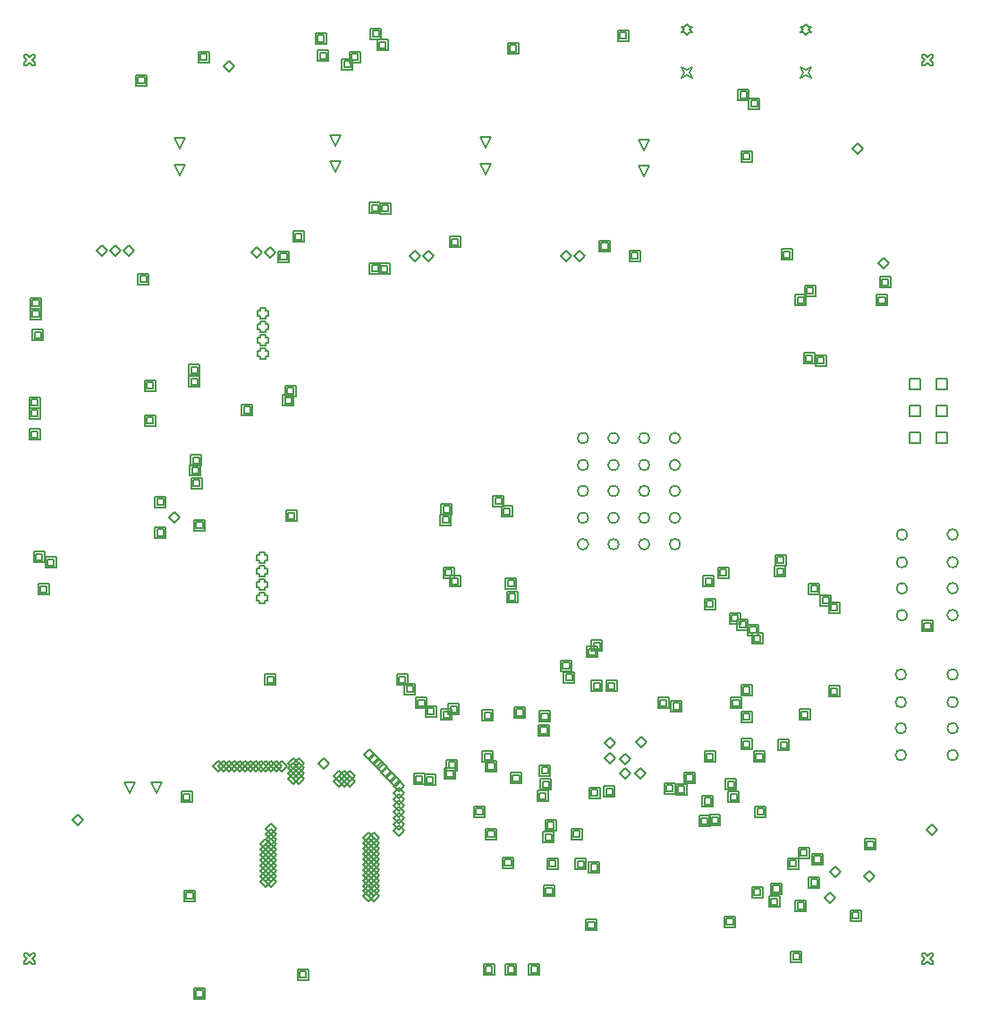
<source format=gbr>
%TF.GenerationSoftware,Altium Limited,Altium Designer,21.7.2 (23)*%
G04 Layer_Color=2752767*
%FSLAX24Y24*%
%MOIN*%
%TF.SameCoordinates,DA776ED6-ADCF-4D54-B547-66972558000F*%
%TF.FilePolarity,Positive*%
%TF.FileFunction,Drawing*%
%TF.Part,Single*%
G01*
G75*
%TA.AperFunction,NonConductor*%
%ADD76C,0.0050*%
%ADD156C,0.0067*%
D76*
X34784Y23162D02*
Y23562D01*
X35184D01*
Y23162D01*
X34784D01*
X35784D02*
Y23562D01*
X36184D01*
Y23162D01*
X35784D01*
X34784Y22162D02*
Y22562D01*
X35184D01*
Y22162D01*
X34784D01*
X35784D02*
Y22562D01*
X36184D01*
Y22162D01*
X35784D01*
X34784Y21162D02*
Y21562D01*
X35184D01*
Y21162D01*
X34784D01*
X35784D02*
Y21562D01*
X36184D01*
Y21162D01*
X35784D01*
X13366Y32241D02*
X13166Y32641D01*
X13566D01*
X13366Y32241D01*
Y31257D02*
X13166Y31657D01*
X13566D01*
X13366Y31257D01*
X18957Y32162D02*
X18757Y32562D01*
X19157D01*
X18957Y32162D01*
Y31178D02*
X18757Y31578D01*
X19157D01*
X18957Y31178D01*
X7559Y32123D02*
X7359Y32523D01*
X7759D01*
X7559Y32123D01*
Y31139D02*
X7359Y31539D01*
X7759D01*
X7559Y31139D01*
X26488Y36355D02*
X26588Y36455D01*
X26688D01*
X26588Y36555D01*
X26688Y36655D01*
X26588D01*
X26488Y36755D01*
X26388Y36655D01*
X26288D01*
X26388Y36555D01*
X26288Y36455D01*
X26388D01*
X26488Y36355D01*
X30913D02*
X31013Y36455D01*
X31113D01*
X31013Y36555D01*
X31113Y36655D01*
X31013D01*
X30913Y36755D01*
X30813Y36655D01*
X30713D01*
X30813Y36555D01*
X30713Y36455D01*
X30813D01*
X30913Y36355D01*
X26288Y34780D02*
X26388Y34980D01*
X26288Y35180D01*
X26488Y35080D01*
X26688Y35180D01*
X26588Y34980D01*
X26688Y34780D01*
X26488Y34880D01*
X26288Y34780D01*
X30713D02*
X30813Y34980D01*
X30713Y35180D01*
X30913Y35080D01*
X31113Y35180D01*
X31013Y34980D01*
X31113Y34780D01*
X30913Y34880D01*
X30713Y34780D01*
X24862Y32083D02*
X24662Y32483D01*
X25062D01*
X24862Y32083D01*
Y31099D02*
X24662Y31499D01*
X25062D01*
X24862Y31099D01*
X10569Y25888D02*
Y25788D01*
X10769D01*
Y25888D01*
X10869D01*
Y26088D01*
X10769D01*
Y26188D01*
X10569D01*
Y26088D01*
X10469D01*
Y25888D01*
X10569D01*
Y25388D02*
Y25288D01*
X10769D01*
Y25388D01*
X10869D01*
Y25588D01*
X10769D01*
Y25688D01*
X10569D01*
Y25588D01*
X10469D01*
Y25388D01*
X10569D01*
Y24888D02*
Y24788D01*
X10769D01*
Y24888D01*
X10869D01*
Y25088D01*
X10769D01*
Y25188D01*
X10569D01*
Y25088D01*
X10469D01*
Y24888D01*
X10569D01*
Y24388D02*
Y24288D01*
X10769D01*
Y24388D01*
X10869D01*
Y24588D01*
X10769D01*
Y24688D01*
X10569D01*
Y24588D01*
X10469D01*
Y24388D01*
X10569D01*
X10530Y16792D02*
Y16692D01*
X10730D01*
Y16792D01*
X10830D01*
Y16992D01*
X10730D01*
Y17092D01*
X10530D01*
Y16992D01*
X10430D01*
Y16792D01*
X10530D01*
Y16292D02*
Y16192D01*
X10730D01*
Y16292D01*
X10830D01*
Y16492D01*
X10730D01*
Y16592D01*
X10530D01*
Y16492D01*
X10430D01*
Y16292D01*
X10530D01*
Y15792D02*
Y15692D01*
X10730D01*
Y15792D01*
X10830D01*
Y15992D01*
X10730D01*
Y16092D01*
X10530D01*
Y15992D01*
X10430D01*
Y15792D01*
X10530D01*
Y15292D02*
Y15192D01*
X10730D01*
Y15292D01*
X10830D01*
Y15492D01*
X10730D01*
Y15592D01*
X10530D01*
Y15492D01*
X10430D01*
Y15292D01*
X10530D01*
X35233Y1769D02*
X35333D01*
X35433Y1868D01*
X35533Y1769D01*
X35633D01*
Y1868D01*
X35533Y1969D01*
X35633Y2069D01*
Y2168D01*
X35533D01*
X35433Y2069D01*
X35333Y2168D01*
X35233D01*
Y2069D01*
X35333Y1969D01*
X35233Y1868D01*
Y1769D01*
X1769D02*
X1868D01*
X1969Y1868D01*
X2069Y1769D01*
X2168D01*
Y1868D01*
X2069Y1969D01*
X2168Y2069D01*
Y2168D01*
X2069D01*
X1969Y2069D01*
X1868Y2168D01*
X1769D01*
Y2069D01*
X1868Y1969D01*
X1769Y1868D01*
Y1769D01*
Y35233D02*
X1868D01*
X1969Y35333D01*
X2069Y35233D01*
X2168D01*
Y35333D01*
X2069Y35433D01*
X2168Y35533D01*
Y35633D01*
X2069D01*
X1969Y35533D01*
X1868Y35633D01*
X1769D01*
Y35533D01*
X1868Y35433D01*
X1769Y35333D01*
Y35233D01*
X35233D02*
X35333D01*
X35433Y35333D01*
X35533Y35233D01*
X35633D01*
Y35333D01*
X35533Y35433D01*
X35633Y35533D01*
Y35633D01*
X35533D01*
X35433Y35533D01*
X35333Y35633D01*
X35233D01*
Y35533D01*
X35333Y35433D01*
X35233Y35333D01*
Y35233D01*
X6693Y8146D02*
X6493Y8546D01*
X6893D01*
X6693Y8146D01*
X5709D02*
X5509Y8546D01*
X5909D01*
X5709Y8146D01*
X31808Y5197D02*
X32008Y5397D01*
X32208Y5197D01*
X32008Y4997D01*
X31808Y5197D01*
X31611Y4252D02*
X31811Y4452D01*
X32011Y4252D01*
X31811Y4052D01*
X31611Y4252D01*
X33068Y5039D02*
X33268Y5239D01*
X33468Y5039D01*
X33268Y4839D01*
X33068Y5039D01*
X28383Y33934D02*
Y34334D01*
X28783D01*
Y33934D01*
X28383D01*
X28463Y34014D02*
Y34254D01*
X28703D01*
Y34014D01*
X28463D01*
X31020Y4603D02*
Y5003D01*
X31420D01*
Y4603D01*
X31020D01*
X31100Y4683D02*
Y4923D01*
X31340D01*
Y4683D01*
X31100D01*
X30509Y3737D02*
Y4137D01*
X30909D01*
Y3737D01*
X30509D01*
X30589Y3817D02*
Y4057D01*
X30829D01*
Y3817D01*
X30589D01*
X32556Y3383D02*
Y3783D01*
X32956D01*
Y3383D01*
X32556D01*
X32636Y3463D02*
Y3703D01*
X32876D01*
Y3463D01*
X32636D01*
X30233Y5312D02*
Y5712D01*
X30633D01*
Y5312D01*
X30233D01*
X30313Y5392D02*
Y5632D01*
X30553D01*
Y5392D01*
X30313D01*
X33107Y6020D02*
Y6420D01*
X33507D01*
Y6020D01*
X33107D01*
X33187Y6100D02*
Y6340D01*
X33427D01*
Y6100D01*
X33187D01*
X31139Y5469D02*
Y5869D01*
X31539D01*
Y5469D01*
X31139D01*
X31219Y5549D02*
Y5789D01*
X31459D01*
Y5549D01*
X31219D01*
X30627Y5706D02*
Y6106D01*
X31027D01*
Y5706D01*
X30627D01*
X30707Y5786D02*
Y6026D01*
X30947D01*
Y5786D01*
X30707D01*
X29524Y3894D02*
Y4294D01*
X29924D01*
Y3894D01*
X29524D01*
X29604Y3974D02*
Y4214D01*
X29844D01*
Y3974D01*
X29604D01*
X30351Y1847D02*
Y2247D01*
X30751D01*
Y1847D01*
X30351D01*
X30431Y1927D02*
Y2167D01*
X30671D01*
Y1927D01*
X30431D01*
X27044Y7635D02*
Y8035D01*
X27444D01*
Y7635D01*
X27044D01*
X27124Y7715D02*
Y7955D01*
X27364D01*
Y7715D01*
X27124D01*
X26926Y6887D02*
Y7287D01*
X27326D01*
Y6887D01*
X26926D01*
X27006Y6967D02*
Y7207D01*
X27246D01*
Y6967D01*
X27006D01*
X27320Y6926D02*
Y7326D01*
X27720D01*
Y6926D01*
X27320D01*
X27400Y7006D02*
Y7246D01*
X27640D01*
Y7006D01*
X27400D01*
X29603Y4367D02*
Y4767D01*
X30003D01*
Y4367D01*
X29603D01*
X29683Y4447D02*
Y4687D01*
X29923D01*
Y4447D01*
X29683D01*
X21192Y6733D02*
Y7133D01*
X21592D01*
Y6733D01*
X21192D01*
X21272Y6813D02*
Y7053D01*
X21512D01*
Y6813D01*
X21272D01*
X28501Y11768D02*
Y12169D01*
X28901D01*
Y11768D01*
X28501D01*
X28581Y11848D02*
Y12089D01*
X28821D01*
Y11848D01*
X28581D01*
X31769Y11729D02*
Y12129D01*
X32169D01*
Y11729D01*
X31769D01*
X31848Y11809D02*
Y12049D01*
X32088D01*
Y11809D01*
X31848D01*
X31769Y14839D02*
Y15239D01*
X32169D01*
Y14839D01*
X31769D01*
X31848Y14919D02*
Y15159D01*
X32088D01*
Y14919D01*
X31848D01*
X28107Y11296D02*
Y11696D01*
X28507D01*
Y11296D01*
X28107D01*
X28187Y11376D02*
Y11616D01*
X28427D01*
Y11376D01*
X28187D01*
X28501Y9761D02*
Y10161D01*
X28901D01*
Y9761D01*
X28501D01*
X28581Y9841D02*
Y10081D01*
X28821D01*
Y9841D01*
X28581D01*
X35238Y14165D02*
Y14565D01*
X35638D01*
Y14165D01*
X35238D01*
X35318Y14245D02*
Y14485D01*
X35558D01*
Y14245D01*
X35318D01*
X8107Y469D02*
Y869D01*
X8507D01*
Y469D01*
X8107D01*
X8187Y549D02*
Y789D01*
X8427D01*
Y549D01*
X8187D01*
X7742Y4116D02*
Y4516D01*
X8142D01*
Y4116D01*
X7742D01*
X7822Y4196D02*
Y4436D01*
X8062D01*
Y4196D01*
X7822D01*
X7635Y7792D02*
Y8192D01*
X8035D01*
Y7792D01*
X7635D01*
X7715Y7872D02*
Y8112D01*
X7955D01*
Y7872D01*
X7715D01*
X22817Y5172D02*
Y5572D01*
X23217D01*
Y5172D01*
X22817D01*
X22897Y5252D02*
Y5492D01*
X23137D01*
Y5252D01*
X22897D01*
X28894Y4249D02*
Y4649D01*
X29294D01*
Y4249D01*
X28894D01*
X28974Y4329D02*
Y4569D01*
X29214D01*
Y4329D01*
X28974D01*
X31454Y15115D02*
Y15515D01*
X31854D01*
Y15115D01*
X31454D01*
X31534Y15195D02*
Y15435D01*
X31774D01*
Y15195D01*
X31534D01*
X31020Y15548D02*
Y15948D01*
X31420D01*
Y15548D01*
X31020D01*
X31100Y15628D02*
Y15868D01*
X31340D01*
Y15628D01*
X31100D01*
X28501Y10784D02*
Y11184D01*
X28901D01*
Y10784D01*
X28501D01*
X28581Y10864D02*
Y11104D01*
X28821D01*
Y10864D01*
X28581D01*
X30666Y10863D02*
Y11263D01*
X31066D01*
Y10863D01*
X30666D01*
X30746Y10943D02*
Y11183D01*
X30986D01*
Y10943D01*
X30746D01*
X29013Y7241D02*
Y7641D01*
X29413D01*
Y7241D01*
X29013D01*
X29093Y7321D02*
Y7561D01*
X29333D01*
Y7321D01*
X29093D01*
X29879Y9721D02*
Y10121D01*
X30279D01*
Y9721D01*
X29879D01*
X29959Y9801D02*
Y10041D01*
X30199D01*
Y9801D01*
X29959D01*
X28009Y7788D02*
Y8188D01*
X28409D01*
Y7788D01*
X28009D01*
X28089Y7868D02*
Y8108D01*
X28329D01*
Y7868D01*
X28089D01*
X27083Y15824D02*
Y16224D01*
X27483D01*
Y15824D01*
X27083D01*
X27163Y15904D02*
Y16144D01*
X27403D01*
Y15904D01*
X27163D01*
X27635Y16139D02*
Y16539D01*
X28035D01*
Y16139D01*
X27635D01*
X27715Y16219D02*
Y16459D01*
X27955D01*
Y16219D01*
X27715D01*
X28973Y9288D02*
Y9688D01*
X29373D01*
Y9288D01*
X28973D01*
X29053Y9368D02*
Y9608D01*
X29293D01*
Y9368D01*
X29053D01*
X27910Y8265D02*
Y8665D01*
X28310D01*
Y8265D01*
X27910D01*
X27990Y8345D02*
Y8585D01*
X28230D01*
Y8345D01*
X27990D01*
X27133Y14977D02*
Y15377D01*
X27533D01*
Y14977D01*
X27133D01*
X27213Y15057D02*
Y15297D01*
X27453D01*
Y15057D01*
X27213D01*
X27123Y9288D02*
Y9688D01*
X27523D01*
Y9288D01*
X27123D01*
X27203Y9368D02*
Y9608D01*
X27443D01*
Y9368D01*
X27203D01*
X25882Y11169D02*
Y11569D01*
X26282D01*
Y11169D01*
X25882D01*
X25962Y11249D02*
Y11489D01*
X26202D01*
Y11249D01*
X25962D01*
X26375Y8501D02*
Y8901D01*
X26775D01*
Y8501D01*
X26375D01*
X26455Y8581D02*
Y8821D01*
X26695D01*
Y8581D01*
X26455D01*
X18973Y8934D02*
Y9334D01*
X19373D01*
Y8934D01*
X18973D01*
X19053Y9014D02*
Y9254D01*
X19293D01*
Y9014D01*
X19053D01*
X21257Y5312D02*
Y5712D01*
X21657D01*
Y5312D01*
X21257D01*
X21337Y5392D02*
Y5632D01*
X21577D01*
Y5392D01*
X21337D01*
X19603Y5351D02*
Y5751D01*
X20003D01*
Y5351D01*
X19603D01*
X19683Y5431D02*
Y5671D01*
X19923D01*
Y5431D01*
X19683D01*
X18855Y9288D02*
Y9688D01*
X19255D01*
Y9288D01*
X18855D01*
X18935Y9368D02*
Y9608D01*
X19175D01*
Y9368D01*
X18935D01*
X18855Y10824D02*
Y11224D01*
X19255D01*
Y10824D01*
X18855D01*
X18935Y10904D02*
Y11144D01*
X19175D01*
Y10904D01*
X18935D01*
X18973Y6414D02*
Y6814D01*
X19373D01*
Y6414D01*
X18973D01*
X19053Y6494D02*
Y6734D01*
X19293D01*
Y6494D01*
X19053D01*
X17583Y11060D02*
Y11460D01*
X17983D01*
Y11060D01*
X17583D01*
X17663Y11140D02*
Y11380D01*
X17903D01*
Y11140D01*
X17663D01*
X18540Y7241D02*
Y7641D01*
X18940D01*
Y7241D01*
X18540D01*
X18620Y7321D02*
Y7561D01*
X18860D01*
Y7321D01*
X18620D01*
X22314Y5296D02*
Y5696D01*
X22714D01*
Y5296D01*
X22314D01*
X22394Y5376D02*
Y5616D01*
X22634D01*
Y5376D01*
X22394D01*
X17517Y8973D02*
Y9373D01*
X17917D01*
Y8973D01*
X17517D01*
X17597Y9053D02*
Y9293D01*
X17837D01*
Y9053D01*
X17597D01*
X16729Y10981D02*
Y11381D01*
X17129D01*
Y10981D01*
X16729D01*
X16809Y11061D02*
Y11301D01*
X17049D01*
Y11061D01*
X16809D01*
X17635Y15824D02*
Y16224D01*
X18035D01*
Y15824D01*
X17635D01*
X17715Y15904D02*
Y16144D01*
X17955D01*
Y15904D01*
X17715D01*
X19761Y15233D02*
Y15633D01*
X20161D01*
Y15233D01*
X19761D01*
X19841Y15313D02*
Y15553D01*
X20081D01*
Y15313D01*
X19841D01*
X23461Y11926D02*
Y12326D01*
X23861D01*
Y11926D01*
X23461D01*
X23541Y12006D02*
Y12246D01*
X23781D01*
Y12006D01*
X23541D01*
X19903Y8489D02*
Y8889D01*
X20303D01*
Y8489D01*
X19903D01*
X19983Y8569D02*
Y8809D01*
X20223D01*
Y8569D01*
X19983D01*
X17438Y8658D02*
Y9058D01*
X17838D01*
Y8658D01*
X17438D01*
X17518Y8738D02*
Y8978D01*
X17758D01*
Y8738D01*
X17518D01*
X16375Y11296D02*
Y11696D01*
X16775D01*
Y11296D01*
X16375D01*
X16455Y11376D02*
Y11616D01*
X16695D01*
Y11376D01*
X16455D01*
X17398Y16139D02*
Y16539D01*
X17798D01*
Y16139D01*
X17398D01*
X17478Y16219D02*
Y16459D01*
X17718D01*
Y16219D01*
X17478D01*
X25391Y11296D02*
Y11696D01*
X25791D01*
Y11296D01*
X25391D01*
X25471Y11376D02*
Y11616D01*
X25711D01*
Y11376D01*
X25471D01*
X22912Y13425D02*
Y13825D01*
X23312D01*
Y13425D01*
X22912D01*
X22992Y13505D02*
Y13745D01*
X23232D01*
Y13505D01*
X22992D01*
X22736Y13194D02*
Y13594D01*
X23136D01*
Y13194D01*
X22736D01*
X22816Y13274D02*
Y13514D01*
X23056D01*
Y13274D01*
X22816D01*
X19721Y15745D02*
Y16145D01*
X20121D01*
Y15745D01*
X19721D01*
X19801Y15825D02*
Y16065D01*
X20041D01*
Y15825D01*
X19801D01*
X21011Y8256D02*
Y8656D01*
X21411D01*
Y8256D01*
X21011D01*
X21091Y8336D02*
Y8576D01*
X21331D01*
Y8336D01*
X21091D01*
X16690Y8422D02*
Y8822D01*
X17090D01*
Y8422D01*
X16690D01*
X16770Y8502D02*
Y8742D01*
X17010D01*
Y8502D01*
X16770D01*
X16296Y8461D02*
Y8861D01*
X16696D01*
Y8461D01*
X16296D01*
X16376Y8541D02*
Y8781D01*
X16616D01*
Y8541D01*
X16376D01*
X15946Y11812D02*
Y12212D01*
X16346D01*
Y11812D01*
X15946D01*
X16026Y11892D02*
Y12132D01*
X16266D01*
Y11892D01*
X16026D01*
X17280Y18107D02*
Y18507D01*
X17680D01*
Y18107D01*
X17280D01*
X17360Y18187D02*
Y18427D01*
X17600D01*
Y18187D01*
X17360D01*
X20981Y8776D02*
Y9176D01*
X21381D01*
Y8776D01*
X20981D01*
X21061Y8856D02*
Y9096D01*
X21301D01*
Y8856D01*
X21061D01*
X10745Y12162D02*
Y12562D01*
X11145D01*
Y12162D01*
X10745D01*
X10825Y12242D02*
Y12482D01*
X11065D01*
Y12242D01*
X10825D01*
X13304Y8780D02*
X13504Y8980D01*
X13704Y8780D01*
X13504Y8580D01*
X13304Y8780D01*
X13501Y8583D02*
X13701Y8783D01*
X13901Y8583D01*
X13701Y8383D01*
X13501Y8583D01*
Y8780D02*
X13701Y8980D01*
X13901Y8780D01*
X13701Y8580D01*
X13501Y8780D01*
X13304Y8583D02*
X13504Y8783D01*
X13704Y8583D01*
X13504Y8383D01*
X13304Y8583D01*
X15548Y8150D02*
X15748Y8350D01*
X15948Y8150D01*
X15748Y7950D01*
X15548Y8150D01*
Y7913D02*
X15748Y8113D01*
X15948Y7913D01*
X15748Y7713D01*
X15548Y7913D01*
Y8386D02*
X15748Y8586D01*
X15948Y8386D01*
X15748Y8186D01*
X15548Y8386D01*
X29751Y16193D02*
Y16593D01*
X30151D01*
Y16193D01*
X29751D01*
X29831Y16273D02*
Y16513D01*
X30071D01*
Y16273D01*
X29831D01*
X28894Y13698D02*
Y14098D01*
X29294D01*
Y13698D01*
X28894D01*
X28974Y13778D02*
Y14018D01*
X29214D01*
Y13778D01*
X28974D01*
X29761Y16611D02*
Y17011D01*
X30161D01*
Y16611D01*
X29761D01*
X29841Y16691D02*
Y16931D01*
X30081D01*
Y16691D01*
X29841D01*
X20902Y7832D02*
Y8231D01*
X21302D01*
Y7832D01*
X20902D01*
X20982Y7911D02*
Y8152D01*
X21222D01*
Y7911D01*
X20982D01*
X15666Y12162D02*
Y12562D01*
X16066D01*
Y12162D01*
X15666D01*
X15746Y12242D02*
Y12482D01*
X15986D01*
Y12242D01*
X15746D01*
X17320Y18501D02*
Y18901D01*
X17720D01*
Y18501D01*
X17320D01*
X17400Y18581D02*
Y18821D01*
X17640D01*
Y18581D01*
X17400D01*
X21772Y12678D02*
Y13078D01*
X22172D01*
Y12678D01*
X21772D01*
X21852Y12758D02*
Y12998D01*
X22092D01*
Y12758D01*
X21852D01*
X22910Y11926D02*
Y12326D01*
X23310D01*
Y11926D01*
X22910D01*
X22990Y12006D02*
Y12246D01*
X23230D01*
Y12006D01*
X22990D01*
X21887Y12241D02*
Y12641D01*
X22287D01*
Y12241D01*
X21887D01*
X21967Y12321D02*
Y12561D01*
X22207D01*
Y12321D01*
X21967D01*
X19249Y18816D02*
Y19216D01*
X19649D01*
Y18816D01*
X19249D01*
X19329Y18896D02*
Y19136D01*
X19569D01*
Y18896D01*
X19329D01*
X19564Y18422D02*
Y18822D01*
X19964D01*
Y18422D01*
X19564D01*
X19644Y18502D02*
Y18742D01*
X19884D01*
Y18502D01*
X19644D01*
X20587Y1370D02*
Y1770D01*
X20987D01*
Y1370D01*
X20587D01*
X20667Y1450D02*
Y1690D01*
X20907D01*
Y1450D01*
X20667D01*
X20974Y10788D02*
Y11188D01*
X21374D01*
Y10788D01*
X20974D01*
X21054Y10868D02*
Y11108D01*
X21294D01*
Y10868D01*
X21054D01*
X17320Y10863D02*
Y11263D01*
X17720D01*
Y10863D01*
X17320D01*
X17400Y10943D02*
Y11183D01*
X17640D01*
Y10943D01*
X17400D01*
X20942Y10272D02*
Y10672D01*
X21342D01*
Y10272D01*
X20942D01*
X21022Y10352D02*
Y10592D01*
X21262D01*
Y10352D01*
X21022D01*
X15000Y27457D02*
Y27857D01*
X15400D01*
Y27457D01*
X15000D01*
X15079Y27537D02*
Y27777D01*
X15319D01*
Y27537D01*
X15079D01*
X15029Y29710D02*
Y30110D01*
X15429D01*
Y29710D01*
X15029D01*
X15109Y29790D02*
Y30030D01*
X15349D01*
Y29790D01*
X15109D01*
X13894Y35351D02*
Y35751D01*
X14294D01*
Y35351D01*
X13894D01*
X13974Y35431D02*
Y35671D01*
X14214D01*
Y35431D01*
X13974D01*
X14643Y27477D02*
Y27877D01*
X15043D01*
Y27477D01*
X14643D01*
X14723Y27557D02*
Y27797D01*
X14963D01*
Y27557D01*
X14723D01*
X14643Y29721D02*
Y30121D01*
X15043D01*
Y29721D01*
X14643D01*
X14723Y29801D02*
Y30041D01*
X14963D01*
Y29801D01*
X14723D01*
X13619Y35076D02*
Y35476D01*
X14019D01*
Y35076D01*
X13619D01*
X13699Y35156D02*
Y35396D01*
X13939D01*
Y35156D01*
X13699D01*
X11493Y22910D02*
Y23310D01*
X11893D01*
Y22910D01*
X11493D01*
X11573Y22990D02*
Y23230D01*
X11813D01*
Y22990D01*
X11573D01*
X7910Y23698D02*
Y24098D01*
X8310D01*
Y23698D01*
X7910D01*
X7990Y23778D02*
Y24018D01*
X8230D01*
Y23778D01*
X7990D01*
X6257Y23107D02*
Y23507D01*
X6657D01*
Y23107D01*
X6257D01*
X6337Y23187D02*
Y23427D01*
X6577D01*
Y23187D01*
X6337D01*
X7910Y23265D02*
Y23665D01*
X8310D01*
Y23265D01*
X7910D01*
X7990Y23345D02*
Y23585D01*
X8230D01*
Y23345D01*
X7990D01*
X11414Y22556D02*
Y22956D01*
X11814D01*
Y22556D01*
X11414D01*
X11494Y22636D02*
Y22876D01*
X11734D01*
Y22636D01*
X11494D01*
X9879Y22202D02*
Y22602D01*
X10279D01*
Y22202D01*
X9879D01*
X9959Y22282D02*
Y22522D01*
X10199D01*
Y22282D01*
X9959D01*
X11532Y18265D02*
Y18665D01*
X11932D01*
Y18265D01*
X11532D01*
X11612Y18345D02*
Y18585D01*
X11852D01*
Y18345D01*
X11612D01*
X8107Y17910D02*
Y18310D01*
X8507D01*
Y17910D01*
X8107D01*
X8187Y17990D02*
Y18230D01*
X8427D01*
Y17990D01*
X8187D01*
X7162Y18386D02*
X7362Y18586D01*
X7562Y18386D01*
X7362Y18186D01*
X7162Y18386D01*
X6650Y17635D02*
Y18035D01*
X7050D01*
Y17635D01*
X6650D01*
X6730Y17715D02*
Y17955D01*
X6970D01*
Y17715D01*
X6730D01*
X7978Y20323D02*
Y20723D01*
X8378D01*
Y20323D01*
X7978D01*
X8058Y20403D02*
Y20643D01*
X8298D01*
Y20403D01*
X8058D01*
X29997Y27989D02*
Y28389D01*
X30397D01*
Y27989D01*
X29997D01*
X30077Y28069D02*
Y28309D01*
X30317D01*
Y28069D01*
X30077D01*
X24328Y27950D02*
Y28350D01*
X24728D01*
Y27950D01*
X24328D01*
X24408Y28030D02*
Y28270D01*
X24648D01*
Y28030D01*
X24408D01*
X7989Y19485D02*
Y19885D01*
X8389D01*
Y19485D01*
X7989D01*
X8069Y19565D02*
Y19805D01*
X8309D01*
Y19565D01*
X8069D01*
X7950Y19957D02*
Y20357D01*
X8350D01*
Y19957D01*
X7950D01*
X8030Y20037D02*
Y20277D01*
X8270D01*
Y20037D01*
X8030D01*
X6650Y18776D02*
Y19176D01*
X7050D01*
Y18776D01*
X6650D01*
X6730Y18856D02*
Y19096D01*
X6970D01*
Y18856D01*
X6730D01*
X2300Y15530D02*
Y15930D01*
X2700D01*
Y15530D01*
X2300D01*
X2380Y15610D02*
Y15850D01*
X2620D01*
Y15610D01*
X2380D01*
X2556Y16532D02*
Y16932D01*
X2956D01*
Y16532D01*
X2556D01*
X2636Y16612D02*
Y16852D01*
X2876D01*
Y16612D01*
X2636D01*
X2123Y16729D02*
Y17129D01*
X2523D01*
Y16729D01*
X2123D01*
X2203Y16809D02*
Y17049D01*
X2443D01*
Y16809D01*
X2203D01*
X25627Y8107D02*
Y8507D01*
X26027D01*
Y8107D01*
X25627D01*
X25707Y8187D02*
Y8427D01*
X25947D01*
Y8187D01*
X25707D01*
X26060Y8068D02*
Y8468D01*
X26460D01*
Y8068D01*
X26060D01*
X26140Y8148D02*
Y8388D01*
X26380D01*
Y8148D01*
X26140D01*
X6257Y21808D02*
Y22208D01*
X6657D01*
Y21808D01*
X6257D01*
X6337Y21888D02*
Y22128D01*
X6577D01*
Y21888D01*
X6337D01*
X1965Y22083D02*
Y22483D01*
X2365D01*
Y22083D01*
X1965D01*
X2045Y22163D02*
Y22403D01*
X2285D01*
Y22163D01*
X2045D01*
X1965Y21296D02*
Y21696D01*
X2365D01*
Y21296D01*
X1965D01*
X2045Y21376D02*
Y21616D01*
X2285D01*
Y21376D01*
X2045D01*
X1965Y22477D02*
Y22877D01*
X2365D01*
Y22477D01*
X1965D01*
X2045Y22557D02*
Y22797D01*
X2285D01*
Y22557D01*
X2045D01*
X2005Y26178D02*
Y26578D01*
X2405D01*
Y26178D01*
X2005D01*
X2085Y26258D02*
Y26498D01*
X2325D01*
Y26258D01*
X2085D01*
X6020Y27083D02*
Y27483D01*
X6420D01*
Y27083D01*
X6020D01*
X6100Y27163D02*
Y27403D01*
X6340D01*
Y27163D01*
X6100D01*
X4471Y28342D02*
X4671Y28542D01*
X4871Y28342D01*
X4671Y28142D01*
X4471Y28342D01*
X4971D02*
X5171Y28542D01*
X5371Y28342D01*
X5171Y28142D01*
X4971Y28342D01*
X3580Y7126D02*
X3780Y7326D01*
X3980Y7126D01*
X3780Y6926D01*
X3580Y7126D01*
X8816Y9134D02*
X9016Y9334D01*
X9216Y9134D01*
X9016Y8934D01*
X8816Y9134D01*
X9013D02*
X9213Y9334D01*
X9413Y9134D01*
X9213Y8934D01*
X9013Y9134D01*
X9209D02*
X9409Y9334D01*
X9609Y9134D01*
X9409Y8934D01*
X9209Y9134D01*
X2005Y25784D02*
Y26184D01*
X2405D01*
Y25784D01*
X2005D01*
X2085Y25864D02*
Y26104D01*
X2325D01*
Y25864D01*
X2085D01*
X2083Y24997D02*
Y25397D01*
X2483D01*
Y24997D01*
X2083D01*
X2163Y25077D02*
Y25317D01*
X2403D01*
Y25077D01*
X2163D01*
X23894Y36139D02*
Y36539D01*
X24294D01*
Y36139D01*
X23894D01*
X23974Y36219D02*
Y36459D01*
X24214D01*
Y36219D01*
X23974D01*
X19800Y35666D02*
Y36066D01*
X20200D01*
Y35666D01*
X19800D01*
X19880Y35746D02*
Y35986D01*
X20120D01*
Y35746D01*
X19880D01*
X14682Y36217D02*
Y36617D01*
X15082D01*
Y36217D01*
X14682D01*
X14762Y36297D02*
Y36537D01*
X15002D01*
Y36297D01*
X14762D01*
X12627Y36036D02*
Y36436D01*
X13027D01*
Y36036D01*
X12627D01*
X12707Y36116D02*
Y36356D01*
X12947D01*
Y36116D01*
X12707D01*
X8265Y35351D02*
Y35751D01*
X8665D01*
Y35351D01*
X8265D01*
X8345Y35431D02*
Y35671D01*
X8585D01*
Y35431D01*
X8345D01*
X5942Y34485D02*
Y34885D01*
X6342D01*
Y34485D01*
X5942D01*
X6022Y34565D02*
Y34805D01*
X6262D01*
Y34565D01*
X6022D01*
X14923Y35789D02*
Y36189D01*
X15323D01*
Y35789D01*
X14923D01*
X15003Y35869D02*
Y36109D01*
X15243D01*
Y35869D01*
X15003D01*
X12713Y35391D02*
Y35791D01*
X13113D01*
Y35391D01*
X12713D01*
X12793Y35471D02*
Y35711D01*
X13033D01*
Y35471D01*
X12793D01*
X9209Y35197D02*
X9409Y35397D01*
X9609Y35197D01*
X9409Y34997D01*
X9209Y35197D01*
X16144Y28145D02*
X16344Y28345D01*
X16544Y28145D01*
X16344Y27945D01*
X16144Y28145D01*
X11237Y27910D02*
Y28310D01*
X11637D01*
Y27910D01*
X11237D01*
X11317Y27990D02*
Y28230D01*
X11557D01*
Y27990D01*
X11317D01*
X16644Y28145D02*
X16844Y28345D01*
X17044Y28145D01*
X16844Y27945D01*
X16644Y28145D01*
X11794Y28658D02*
Y29058D01*
X12194D01*
Y28658D01*
X11794D01*
X11874Y28738D02*
Y28978D01*
X12114D01*
Y28738D01*
X11874D01*
X17627Y28461D02*
Y28861D01*
X18027D01*
Y28461D01*
X17627D01*
X17707Y28541D02*
Y28781D01*
X17947D01*
Y28541D01*
X17707D01*
X5471Y28342D02*
X5671Y28542D01*
X5871Y28342D01*
X5671Y28142D01*
X5471Y28342D01*
X10739Y28263D02*
X10939Y28463D01*
X11139Y28263D01*
X10939Y28063D01*
X10739Y28263D01*
X10239D02*
X10439Y28463D01*
X10639Y28263D01*
X10439Y28063D01*
X10239Y28263D01*
X23206Y28304D02*
Y28704D01*
X23606D01*
Y28304D01*
X23206D01*
X23286Y28384D02*
Y28624D01*
X23526D01*
Y28384D01*
X23286D01*
X22259Y28147D02*
X22459Y28347D01*
X22659Y28147D01*
X22459Y27947D01*
X22259Y28147D01*
X21759D02*
X21959Y28347D01*
X22159Y28147D01*
X21959Y27947D01*
X21759Y28147D01*
X15548Y6732D02*
X15748Y6932D01*
X15948Y6732D01*
X15748Y6532D01*
X15548Y6732D01*
Y6969D02*
X15748Y7168D01*
X15948Y6969D01*
X15748Y6769D01*
X15548Y6969D01*
Y7205D02*
X15748Y7405D01*
X15948Y7205D01*
X15748Y7005D01*
X15548Y7205D01*
Y7441D02*
X15748Y7641D01*
X15948Y7441D01*
X15748Y7241D01*
X15548Y7441D01*
Y7677D02*
X15748Y7877D01*
X15948Y7677D01*
X15748Y7477D01*
X15548Y7677D01*
X15391Y8583D02*
X15591Y8783D01*
X15791Y8583D01*
X15591Y8383D01*
X15391Y8583D01*
X15233Y8740D02*
X15433Y8940D01*
X15633Y8740D01*
X15433Y8540D01*
X15233Y8740D01*
X15076Y8898D02*
X15276Y9098D01*
X15476Y8898D01*
X15276Y8698D01*
X15076Y8898D01*
X14918Y9094D02*
X15118Y9294D01*
X15318Y9094D01*
X15118Y8894D01*
X14918Y9094D01*
X14761Y9252D02*
X14961Y9452D01*
X15161Y9252D01*
X14961Y9052D01*
X14761Y9252D01*
X14603Y9409D02*
X14803Y9609D01*
X15003Y9409D01*
X14803Y9209D01*
X14603Y9409D01*
X14446Y9567D02*
X14646Y9767D01*
X14846Y9567D01*
X14646Y9367D01*
X14446Y9567D01*
X11178Y9134D02*
X11378Y9334D01*
X11578Y9134D01*
X11378Y8934D01*
X11178Y9134D01*
X9406D02*
X9606Y9334D01*
X9806Y9134D01*
X9606Y8934D01*
X9406Y9134D01*
X9603D02*
X9803Y9334D01*
X10003Y9134D01*
X9803Y8934D01*
X9603Y9134D01*
X9800D02*
X10000Y9334D01*
X10200Y9134D01*
X10000Y8934D01*
X9800Y9134D01*
X9997D02*
X10197Y9334D01*
X10397Y9134D01*
X10197Y8934D01*
X9997Y9134D01*
X10194D02*
X10394Y9334D01*
X10594Y9134D01*
X10394Y8934D01*
X10194Y9134D01*
X10391D02*
X10591Y9334D01*
X10791Y9134D01*
X10591Y8934D01*
X10391Y9134D01*
X10587D02*
X10787Y9334D01*
X10987Y9134D01*
X10787Y8934D01*
X10587Y9134D01*
X10784D02*
X10984Y9334D01*
X11184Y9134D01*
X10984Y8934D01*
X10784Y9134D01*
X10981D02*
X11181Y9334D01*
X11381Y9134D01*
X11181Y8934D01*
X10981Y9134D01*
X28737Y14013D02*
Y14413D01*
X29137D01*
Y14013D01*
X28737D01*
X28817Y14093D02*
Y14333D01*
X29057D01*
Y14093D01*
X28817D01*
X28343Y14209D02*
Y14609D01*
X28743D01*
Y14209D01*
X28343D01*
X28423Y14289D02*
Y14529D01*
X28663D01*
Y14289D01*
X28423D01*
X14603Y4291D02*
X14803Y4491D01*
X15003Y4291D01*
X14803Y4091D01*
X14603Y4291D01*
X21139Y4294D02*
Y4694D01*
X21539D01*
Y4294D01*
X21139D01*
X21219Y4374D02*
Y4614D01*
X21459D01*
Y4374D01*
X21219D01*
X22708Y3027D02*
Y3427D01*
X23108D01*
Y3027D01*
X22708D01*
X22788Y3107D02*
Y3347D01*
X23028D01*
Y3107D01*
X22788D01*
X27871Y3146D02*
Y3546D01*
X28271D01*
Y3146D01*
X27871D01*
X27951Y3226D02*
Y3466D01*
X28191D01*
Y3226D01*
X27951D01*
X11965Y1178D02*
Y1578D01*
X12365D01*
Y1178D01*
X11965D01*
X12045Y1258D02*
Y1498D01*
X12285D01*
Y1258D01*
X12045D01*
X13698Y8780D02*
X13898Y8980D01*
X14098Y8780D01*
X13898Y8580D01*
X13698Y8780D01*
Y8583D02*
X13898Y8783D01*
X14098Y8583D01*
X13898Y8383D01*
X13698Y8583D01*
X11611Y9252D02*
X11811Y9452D01*
X12011Y9252D01*
X11811Y9052D01*
X11611Y9252D01*
X11808D02*
X12008Y9452D01*
X12208Y9252D01*
X12008Y9052D01*
X11808Y9252D01*
X11611Y8661D02*
X11811Y8861D01*
X12011Y8661D01*
X11811Y8461D01*
X11611Y8661D01*
Y8858D02*
X11811Y9058D01*
X12011Y8858D01*
X11811Y8658D01*
X11611Y8858D01*
Y9055D02*
X11811Y9255D01*
X12011Y9055D01*
X11811Y8855D01*
X11611Y9055D01*
X11808D02*
X12008Y9255D01*
X12208Y9055D01*
X12008Y8855D01*
X11808Y9055D01*
Y8858D02*
X12008Y9058D01*
X12208Y8858D01*
X12008Y8658D01*
X11808Y8858D01*
Y8661D02*
X12008Y8861D01*
X12208Y8661D01*
X12008Y8461D01*
X11808Y8661D01*
X14603Y4488D02*
X14803Y4688D01*
X15003Y4488D01*
X14803Y4288D01*
X14603Y4488D01*
Y4685D02*
X14803Y4885D01*
X15003Y4685D01*
X14803Y4485D01*
X14603Y4685D01*
Y4882D02*
X14803Y5082D01*
X15003Y4882D01*
X14803Y4682D01*
X14603Y4882D01*
Y5079D02*
X14803Y5279D01*
X15003Y5079D01*
X14803Y4879D01*
X14603Y5079D01*
Y5276D02*
X14803Y5476D01*
X15003Y5276D01*
X14803Y5076D01*
X14603Y5276D01*
Y5472D02*
X14803Y5672D01*
X15003Y5472D01*
X14803Y5272D01*
X14603Y5472D01*
Y5669D02*
X14803Y5869D01*
X15003Y5669D01*
X14803Y5469D01*
X14603Y5669D01*
Y5866D02*
X14803Y6066D01*
X15003Y5866D01*
X14803Y5666D01*
X14603Y5866D01*
Y6063D02*
X14803Y6263D01*
X15003Y6063D01*
X14803Y5863D01*
X14603Y6063D01*
Y6260D02*
X14803Y6460D01*
X15003Y6260D01*
X14803Y6060D01*
X14603Y6260D01*
Y6457D02*
X14803Y6657D01*
X15003Y6457D01*
X14803Y6257D01*
X14603Y6457D01*
X14406D02*
X14606Y6657D01*
X14806Y6457D01*
X14606Y6257D01*
X14406Y6457D01*
Y6260D02*
X14606Y6460D01*
X14806Y6260D01*
X14606Y6060D01*
X14406Y6260D01*
Y6063D02*
X14606Y6263D01*
X14806Y6063D01*
X14606Y5863D01*
X14406Y6063D01*
Y5866D02*
X14606Y6066D01*
X14806Y5866D01*
X14606Y5666D01*
X14406Y5866D01*
Y5669D02*
X14606Y5869D01*
X14806Y5669D01*
X14606Y5469D01*
X14406Y5669D01*
Y5472D02*
X14606Y5672D01*
X14806Y5472D01*
X14606Y5272D01*
X14406Y5472D01*
Y5276D02*
X14606Y5476D01*
X14806Y5276D01*
X14606Y5076D01*
X14406Y5276D01*
Y5079D02*
X14606Y5279D01*
X14806Y5079D01*
X14606Y4879D01*
X14406Y5079D01*
Y4882D02*
X14606Y5082D01*
X14806Y4882D01*
X14606Y4682D01*
X14406Y4882D01*
Y4685D02*
X14606Y4885D01*
X14806Y4685D01*
X14606Y4485D01*
X14406Y4685D01*
Y4488D02*
X14606Y4688D01*
X14806Y4488D01*
X14606Y4288D01*
X14406Y4488D01*
Y4291D02*
X14606Y4491D01*
X14806Y4291D01*
X14606Y4091D01*
X14406Y4291D01*
X10784Y6811D02*
X10984Y7011D01*
X11184Y6811D01*
X10984Y6611D01*
X10784Y6811D01*
Y6614D02*
X10984Y6814D01*
X11184Y6614D01*
X10984Y6414D01*
X10784Y6614D01*
X10587Y5039D02*
X10787Y5239D01*
X10987Y5039D01*
X10787Y4839D01*
X10587Y5039D01*
Y5236D02*
X10787Y5436D01*
X10987Y5236D01*
X10787Y5036D01*
X10587Y5236D01*
Y5433D02*
X10787Y5633D01*
X10987Y5433D01*
X10787Y5233D01*
X10587Y5433D01*
Y5630D02*
X10787Y5830D01*
X10987Y5630D01*
X10787Y5430D01*
X10587Y5630D01*
Y5827D02*
X10787Y6027D01*
X10987Y5827D01*
X10787Y5627D01*
X10587Y5827D01*
Y6024D02*
X10787Y6224D01*
X10987Y6024D01*
X10787Y5824D01*
X10587Y6024D01*
Y6220D02*
X10787Y6420D01*
X10987Y6220D01*
X10787Y6020D01*
X10587Y6220D01*
X10784Y6417D02*
X10984Y6617D01*
X11184Y6417D01*
X10984Y6217D01*
X10784Y6417D01*
Y6220D02*
X10984Y6420D01*
X11184Y6220D01*
X10984Y6020D01*
X10784Y6220D01*
Y6024D02*
X10984Y6224D01*
X11184Y6024D01*
X10984Y5824D01*
X10784Y6024D01*
Y5827D02*
X10984Y6027D01*
X11184Y5827D01*
X10984Y5627D01*
X10784Y5827D01*
Y5630D02*
X10984Y5830D01*
X11184Y5630D01*
X10984Y5430D01*
X10784Y5630D01*
Y5433D02*
X10984Y5633D01*
X11184Y5433D01*
X10984Y5233D01*
X10784Y5433D01*
Y5236D02*
X10984Y5436D01*
X11184Y5236D01*
X10984Y5036D01*
X10784Y5236D01*
Y5039D02*
X10984Y5239D01*
X11184Y5039D01*
X10984Y4839D01*
X10784Y5039D01*
Y4843D02*
X10984Y5043D01*
X11184Y4843D01*
X10984Y4643D01*
X10784Y4843D01*
X10587D02*
X10787Y5043D01*
X10987Y4843D01*
X10787Y4643D01*
X10587Y4843D01*
X20036Y10936D02*
Y11336D01*
X20436D01*
Y10936D01*
X20036D01*
X20116Y11016D02*
Y11256D01*
X20356D01*
Y11016D01*
X20116D01*
X31257Y24052D02*
Y24452D01*
X31657D01*
Y24052D01*
X31257D01*
X31337Y24132D02*
Y24372D01*
X31577D01*
Y24132D01*
X31337D01*
X30824Y24131D02*
Y24531D01*
X31224D01*
Y24131D01*
X30824D01*
X30904Y24211D02*
Y24451D01*
X31144D01*
Y24211D01*
X30904D01*
X30863Y26650D02*
Y27050D01*
X31263D01*
Y26650D01*
X30863D01*
X30943Y26730D02*
Y26970D01*
X31183D01*
Y26730D01*
X30943D01*
X30509Y26296D02*
Y26696D01*
X30909D01*
Y26296D01*
X30509D01*
X30589Y26376D02*
Y26616D01*
X30829D01*
Y26376D01*
X30589D01*
X28784Y33613D02*
Y34013D01*
X29184D01*
Y33613D01*
X28784D01*
X28864Y33693D02*
Y33933D01*
X29104D01*
Y33693D01*
X28864D01*
X28501Y31650D02*
Y32050D01*
X28901D01*
Y31650D01*
X28501D01*
X28581Y31730D02*
Y31970D01*
X28821D01*
Y31730D01*
X28581D01*
X33658Y26965D02*
Y27365D01*
X34058D01*
Y26965D01*
X33658D01*
X33738Y27045D02*
Y27285D01*
X33978D01*
Y27045D01*
X33738D01*
X33540Y26296D02*
Y26696D01*
X33940D01*
Y26296D01*
X33540D01*
X33620Y26376D02*
Y26616D01*
X33860D01*
Y26376D01*
X33620D01*
X33619Y27874D02*
X33819Y28074D01*
X34019Y27874D01*
X33819Y27674D01*
X33619Y27874D01*
X35391Y6772D02*
X35591Y6972D01*
X35791Y6772D01*
X35591Y6572D01*
X35391Y6772D01*
X32635Y32126D02*
X32835Y32326D01*
X33035Y32126D01*
X32835Y31926D01*
X32635Y32126D01*
X24564Y10039D02*
X24764Y10239D01*
X24964Y10039D01*
X24764Y9839D01*
X24564Y10039D01*
X23973Y9409D02*
X24173Y9609D01*
X24373Y9409D01*
X24173Y9209D01*
X23973Y9409D01*
X24524Y8858D02*
X24724Y9058D01*
X24924Y8858D01*
X24724Y8658D01*
X24524Y8858D01*
X23973D02*
X24173Y9058D01*
X24373Y8858D01*
X24173Y8658D01*
X23973Y8858D01*
X23422Y9449D02*
X23622Y9649D01*
X23822Y9449D01*
X23622Y9249D01*
X23422Y9449D01*
Y10000D02*
X23622Y10200D01*
X23822Y10000D01*
X23622Y9800D01*
X23422Y10000D01*
X28068Y14446D02*
Y14846D01*
X28468D01*
Y14446D01*
X28068D01*
X28148Y14526D02*
Y14766D01*
X28388D01*
Y14526D01*
X28148D01*
X21119Y6288D02*
Y6688D01*
X21519D01*
Y6288D01*
X21119D01*
X21199Y6368D02*
Y6608D01*
X21439D01*
Y6368D01*
X21199D01*
X22162Y6414D02*
Y6814D01*
X22562D01*
Y6414D01*
X22162D01*
X22242Y6494D02*
Y6734D01*
X22482D01*
Y6494D01*
X22242D01*
X23383Y7989D02*
Y8389D01*
X23783D01*
Y7989D01*
X23383D01*
X23463Y8069D02*
Y8309D01*
X23703D01*
Y8069D01*
X23463D01*
X22831Y7950D02*
Y8350D01*
X23231D01*
Y7950D01*
X22831D01*
X22912Y8030D02*
Y8270D01*
X23152D01*
Y8030D01*
X22912D01*
X19721Y1370D02*
Y1770D01*
X20121D01*
Y1370D01*
X19721D01*
X19801Y1450D02*
Y1690D01*
X20041D01*
Y1450D01*
X19801D01*
X18894Y1370D02*
Y1770D01*
X19294D01*
Y1370D01*
X18894D01*
X18974Y1450D02*
Y1690D01*
X19214D01*
Y1450D01*
X18974D01*
X12753Y9252D02*
X12953Y9452D01*
X13153Y9252D01*
X12953Y9052D01*
X12753Y9252D01*
D156*
X22798Y19386D02*
G03*
X22798Y19386I-200J0D01*
G01*
Y17402D02*
G03*
X22798Y17402I-200J0D01*
G01*
Y18386D02*
G03*
X22798Y18386I-200J0D01*
G01*
Y21354D02*
G03*
X22798Y21354I-200J0D01*
G01*
Y20354D02*
G03*
X22798Y20354I-200J0D01*
G01*
X23940Y19386D02*
G03*
X23940Y19386I-200J0D01*
G01*
Y17402D02*
G03*
X23940Y17402I-200J0D01*
G01*
Y18386D02*
G03*
X23940Y18386I-200J0D01*
G01*
Y21354D02*
G03*
X23940Y21354I-200J0D01*
G01*
Y20354D02*
G03*
X23940Y20354I-200J0D01*
G01*
X25082Y19386D02*
G03*
X25082Y19386I-200J0D01*
G01*
Y17402D02*
G03*
X25082Y17402I-200J0D01*
G01*
Y18386D02*
G03*
X25082Y18386I-200J0D01*
G01*
Y21354D02*
G03*
X25082Y21354I-200J0D01*
G01*
Y20354D02*
G03*
X25082Y20354I-200J0D01*
G01*
X26224Y19386D02*
G03*
X26224Y19386I-200J0D01*
G01*
Y17402D02*
G03*
X26224Y17402I-200J0D01*
G01*
Y18386D02*
G03*
X26224Y18386I-200J0D01*
G01*
Y21354D02*
G03*
X26224Y21354I-200J0D01*
G01*
Y20354D02*
G03*
X26224Y20354I-200J0D01*
G01*
X36578Y16732D02*
G03*
X36578Y16732I-200J0D01*
G01*
Y14764D02*
G03*
X36578Y14764I-200J0D01*
G01*
Y15764D02*
G03*
X36578Y15764I-200J0D01*
G01*
Y17764D02*
G03*
X36578Y17764I-200J0D01*
G01*
X34688Y16728D02*
G03*
X34688Y16728I-200J0D01*
G01*
Y14760D02*
G03*
X34688Y14760I-200J0D01*
G01*
Y15760D02*
G03*
X34688Y15760I-200J0D01*
G01*
Y17760D02*
G03*
X34688Y17760I-200J0D01*
G01*
X36578Y11520D02*
G03*
X36578Y11520I-200J0D01*
G01*
Y9551D02*
G03*
X36578Y9551I-200J0D01*
G01*
Y10551D02*
G03*
X36578Y10551I-200J0D01*
G01*
Y12551D02*
G03*
X36578Y12551I-200J0D01*
G01*
X34649Y11520D02*
G03*
X34649Y11520I-200J0D01*
G01*
Y9551D02*
G03*
X34649Y9551I-200J0D01*
G01*
Y10551D02*
G03*
X34649Y10551I-200J0D01*
G01*
Y12551D02*
G03*
X34649Y12551I-200J0D01*
G01*
%TF.MD5,5b0f28ceacd721326b73e1c38845747c*%
M02*

</source>
